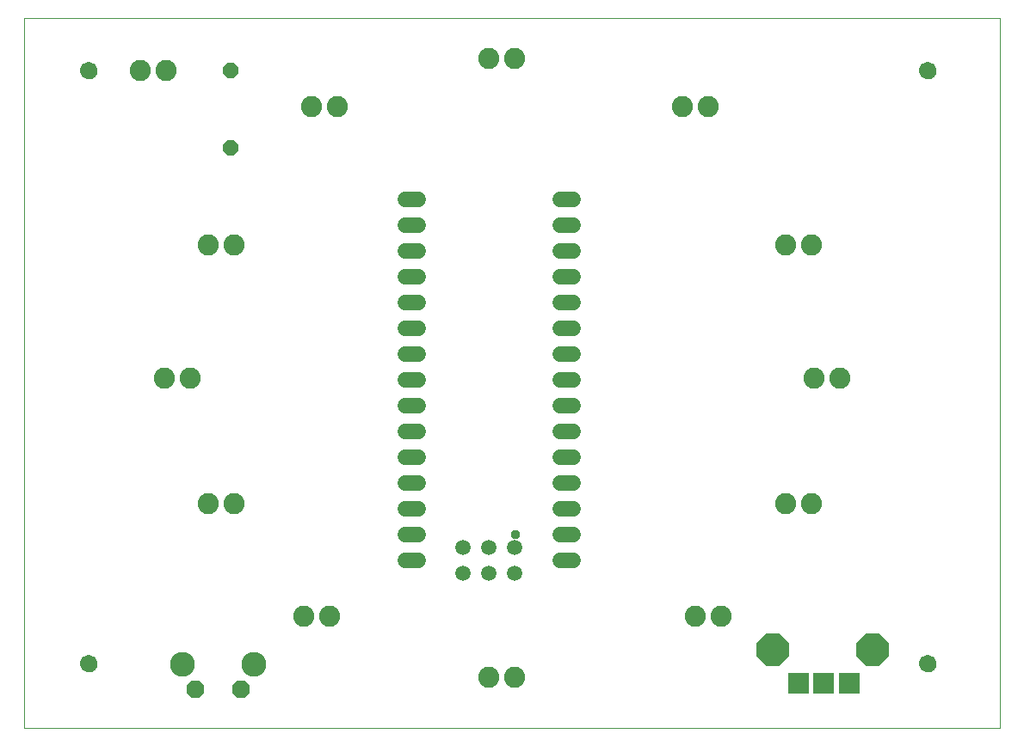
<source format=gts>
G75*
%MOIN*%
%OFA0B0*%
%FSLAX25Y25*%
%IPPOS*%
%LPD*%
%AMOC8*
5,1,8,0,0,1.08239X$1,22.5*
%
%ADD10C,0.00000*%
%ADD11C,0.06706*%
%ADD12C,0.08200*%
%ADD13OC8,0.06000*%
%ADD14OC8,0.06800*%
%ADD15C,0.09650*%
%ADD16C,0.05950*%
%ADD17C,0.05950*%
%ADD18R,0.08200X0.08200*%
%ADD19OC8,0.12611*%
%ADD20C,0.03778*%
D10*
X0001000Y0020750D02*
X0001000Y0296341D01*
X0378953Y0296341D01*
X0378953Y0020750D01*
X0001000Y0020750D01*
X0023047Y0045750D02*
X0023049Y0045858D01*
X0023055Y0045967D01*
X0023065Y0046075D01*
X0023079Y0046182D01*
X0023097Y0046289D01*
X0023118Y0046396D01*
X0023144Y0046501D01*
X0023174Y0046606D01*
X0023207Y0046709D01*
X0023244Y0046811D01*
X0023285Y0046911D01*
X0023329Y0047010D01*
X0023378Y0047108D01*
X0023429Y0047203D01*
X0023484Y0047296D01*
X0023543Y0047388D01*
X0023605Y0047477D01*
X0023670Y0047564D01*
X0023738Y0047648D01*
X0023809Y0047730D01*
X0023883Y0047809D01*
X0023960Y0047885D01*
X0024040Y0047959D01*
X0024123Y0048029D01*
X0024208Y0048097D01*
X0024295Y0048161D01*
X0024385Y0048222D01*
X0024477Y0048280D01*
X0024571Y0048334D01*
X0024667Y0048385D01*
X0024764Y0048432D01*
X0024864Y0048476D01*
X0024965Y0048516D01*
X0025067Y0048552D01*
X0025170Y0048584D01*
X0025275Y0048613D01*
X0025381Y0048637D01*
X0025487Y0048658D01*
X0025594Y0048675D01*
X0025702Y0048688D01*
X0025810Y0048697D01*
X0025919Y0048702D01*
X0026027Y0048703D01*
X0026136Y0048700D01*
X0026244Y0048693D01*
X0026352Y0048682D01*
X0026459Y0048667D01*
X0026566Y0048648D01*
X0026672Y0048625D01*
X0026777Y0048599D01*
X0026882Y0048568D01*
X0026984Y0048534D01*
X0027086Y0048496D01*
X0027186Y0048454D01*
X0027285Y0048409D01*
X0027382Y0048360D01*
X0027476Y0048307D01*
X0027569Y0048251D01*
X0027660Y0048192D01*
X0027749Y0048129D01*
X0027835Y0048064D01*
X0027919Y0047995D01*
X0028000Y0047923D01*
X0028078Y0047848D01*
X0028154Y0047770D01*
X0028227Y0047689D01*
X0028297Y0047606D01*
X0028363Y0047521D01*
X0028427Y0047433D01*
X0028487Y0047342D01*
X0028544Y0047250D01*
X0028597Y0047155D01*
X0028647Y0047059D01*
X0028693Y0046961D01*
X0028736Y0046861D01*
X0028775Y0046760D01*
X0028810Y0046657D01*
X0028842Y0046554D01*
X0028869Y0046449D01*
X0028893Y0046343D01*
X0028913Y0046236D01*
X0028929Y0046129D01*
X0028941Y0046021D01*
X0028949Y0045913D01*
X0028953Y0045804D01*
X0028953Y0045696D01*
X0028949Y0045587D01*
X0028941Y0045479D01*
X0028929Y0045371D01*
X0028913Y0045264D01*
X0028893Y0045157D01*
X0028869Y0045051D01*
X0028842Y0044946D01*
X0028810Y0044843D01*
X0028775Y0044740D01*
X0028736Y0044639D01*
X0028693Y0044539D01*
X0028647Y0044441D01*
X0028597Y0044345D01*
X0028544Y0044250D01*
X0028487Y0044158D01*
X0028427Y0044067D01*
X0028363Y0043979D01*
X0028297Y0043894D01*
X0028227Y0043811D01*
X0028154Y0043730D01*
X0028078Y0043652D01*
X0028000Y0043577D01*
X0027919Y0043505D01*
X0027835Y0043436D01*
X0027749Y0043371D01*
X0027660Y0043308D01*
X0027569Y0043249D01*
X0027477Y0043193D01*
X0027382Y0043140D01*
X0027285Y0043091D01*
X0027186Y0043046D01*
X0027086Y0043004D01*
X0026984Y0042966D01*
X0026882Y0042932D01*
X0026777Y0042901D01*
X0026672Y0042875D01*
X0026566Y0042852D01*
X0026459Y0042833D01*
X0026352Y0042818D01*
X0026244Y0042807D01*
X0026136Y0042800D01*
X0026027Y0042797D01*
X0025919Y0042798D01*
X0025810Y0042803D01*
X0025702Y0042812D01*
X0025594Y0042825D01*
X0025487Y0042842D01*
X0025381Y0042863D01*
X0025275Y0042887D01*
X0025170Y0042916D01*
X0025067Y0042948D01*
X0024965Y0042984D01*
X0024864Y0043024D01*
X0024764Y0043068D01*
X0024667Y0043115D01*
X0024571Y0043166D01*
X0024477Y0043220D01*
X0024385Y0043278D01*
X0024295Y0043339D01*
X0024208Y0043403D01*
X0024123Y0043471D01*
X0024040Y0043541D01*
X0023960Y0043615D01*
X0023883Y0043691D01*
X0023809Y0043770D01*
X0023738Y0043852D01*
X0023670Y0043936D01*
X0023605Y0044023D01*
X0023543Y0044112D01*
X0023484Y0044204D01*
X0023429Y0044297D01*
X0023378Y0044392D01*
X0023329Y0044490D01*
X0023285Y0044589D01*
X0023244Y0044689D01*
X0023207Y0044791D01*
X0023174Y0044894D01*
X0023144Y0044999D01*
X0023118Y0045104D01*
X0023097Y0045211D01*
X0023079Y0045318D01*
X0023065Y0045425D01*
X0023055Y0045533D01*
X0023049Y0045642D01*
X0023047Y0045750D01*
X0023047Y0275750D02*
X0023049Y0275858D01*
X0023055Y0275967D01*
X0023065Y0276075D01*
X0023079Y0276182D01*
X0023097Y0276289D01*
X0023118Y0276396D01*
X0023144Y0276501D01*
X0023174Y0276606D01*
X0023207Y0276709D01*
X0023244Y0276811D01*
X0023285Y0276911D01*
X0023329Y0277010D01*
X0023378Y0277108D01*
X0023429Y0277203D01*
X0023484Y0277296D01*
X0023543Y0277388D01*
X0023605Y0277477D01*
X0023670Y0277564D01*
X0023738Y0277648D01*
X0023809Y0277730D01*
X0023883Y0277809D01*
X0023960Y0277885D01*
X0024040Y0277959D01*
X0024123Y0278029D01*
X0024208Y0278097D01*
X0024295Y0278161D01*
X0024385Y0278222D01*
X0024477Y0278280D01*
X0024571Y0278334D01*
X0024667Y0278385D01*
X0024764Y0278432D01*
X0024864Y0278476D01*
X0024965Y0278516D01*
X0025067Y0278552D01*
X0025170Y0278584D01*
X0025275Y0278613D01*
X0025381Y0278637D01*
X0025487Y0278658D01*
X0025594Y0278675D01*
X0025702Y0278688D01*
X0025810Y0278697D01*
X0025919Y0278702D01*
X0026027Y0278703D01*
X0026136Y0278700D01*
X0026244Y0278693D01*
X0026352Y0278682D01*
X0026459Y0278667D01*
X0026566Y0278648D01*
X0026672Y0278625D01*
X0026777Y0278599D01*
X0026882Y0278568D01*
X0026984Y0278534D01*
X0027086Y0278496D01*
X0027186Y0278454D01*
X0027285Y0278409D01*
X0027382Y0278360D01*
X0027476Y0278307D01*
X0027569Y0278251D01*
X0027660Y0278192D01*
X0027749Y0278129D01*
X0027835Y0278064D01*
X0027919Y0277995D01*
X0028000Y0277923D01*
X0028078Y0277848D01*
X0028154Y0277770D01*
X0028227Y0277689D01*
X0028297Y0277606D01*
X0028363Y0277521D01*
X0028427Y0277433D01*
X0028487Y0277342D01*
X0028544Y0277250D01*
X0028597Y0277155D01*
X0028647Y0277059D01*
X0028693Y0276961D01*
X0028736Y0276861D01*
X0028775Y0276760D01*
X0028810Y0276657D01*
X0028842Y0276554D01*
X0028869Y0276449D01*
X0028893Y0276343D01*
X0028913Y0276236D01*
X0028929Y0276129D01*
X0028941Y0276021D01*
X0028949Y0275913D01*
X0028953Y0275804D01*
X0028953Y0275696D01*
X0028949Y0275587D01*
X0028941Y0275479D01*
X0028929Y0275371D01*
X0028913Y0275264D01*
X0028893Y0275157D01*
X0028869Y0275051D01*
X0028842Y0274946D01*
X0028810Y0274843D01*
X0028775Y0274740D01*
X0028736Y0274639D01*
X0028693Y0274539D01*
X0028647Y0274441D01*
X0028597Y0274345D01*
X0028544Y0274250D01*
X0028487Y0274158D01*
X0028427Y0274067D01*
X0028363Y0273979D01*
X0028297Y0273894D01*
X0028227Y0273811D01*
X0028154Y0273730D01*
X0028078Y0273652D01*
X0028000Y0273577D01*
X0027919Y0273505D01*
X0027835Y0273436D01*
X0027749Y0273371D01*
X0027660Y0273308D01*
X0027569Y0273249D01*
X0027477Y0273193D01*
X0027382Y0273140D01*
X0027285Y0273091D01*
X0027186Y0273046D01*
X0027086Y0273004D01*
X0026984Y0272966D01*
X0026882Y0272932D01*
X0026777Y0272901D01*
X0026672Y0272875D01*
X0026566Y0272852D01*
X0026459Y0272833D01*
X0026352Y0272818D01*
X0026244Y0272807D01*
X0026136Y0272800D01*
X0026027Y0272797D01*
X0025919Y0272798D01*
X0025810Y0272803D01*
X0025702Y0272812D01*
X0025594Y0272825D01*
X0025487Y0272842D01*
X0025381Y0272863D01*
X0025275Y0272887D01*
X0025170Y0272916D01*
X0025067Y0272948D01*
X0024965Y0272984D01*
X0024864Y0273024D01*
X0024764Y0273068D01*
X0024667Y0273115D01*
X0024571Y0273166D01*
X0024477Y0273220D01*
X0024385Y0273278D01*
X0024295Y0273339D01*
X0024208Y0273403D01*
X0024123Y0273471D01*
X0024040Y0273541D01*
X0023960Y0273615D01*
X0023883Y0273691D01*
X0023809Y0273770D01*
X0023738Y0273852D01*
X0023670Y0273936D01*
X0023605Y0274023D01*
X0023543Y0274112D01*
X0023484Y0274204D01*
X0023429Y0274297D01*
X0023378Y0274392D01*
X0023329Y0274490D01*
X0023285Y0274589D01*
X0023244Y0274689D01*
X0023207Y0274791D01*
X0023174Y0274894D01*
X0023144Y0274999D01*
X0023118Y0275104D01*
X0023097Y0275211D01*
X0023079Y0275318D01*
X0023065Y0275425D01*
X0023055Y0275533D01*
X0023049Y0275642D01*
X0023047Y0275750D01*
X0348047Y0275750D02*
X0348049Y0275858D01*
X0348055Y0275967D01*
X0348065Y0276075D01*
X0348079Y0276182D01*
X0348097Y0276289D01*
X0348118Y0276396D01*
X0348144Y0276501D01*
X0348174Y0276606D01*
X0348207Y0276709D01*
X0348244Y0276811D01*
X0348285Y0276911D01*
X0348329Y0277010D01*
X0348378Y0277108D01*
X0348429Y0277203D01*
X0348484Y0277296D01*
X0348543Y0277388D01*
X0348605Y0277477D01*
X0348670Y0277564D01*
X0348738Y0277648D01*
X0348809Y0277730D01*
X0348883Y0277809D01*
X0348960Y0277885D01*
X0349040Y0277959D01*
X0349123Y0278029D01*
X0349208Y0278097D01*
X0349295Y0278161D01*
X0349385Y0278222D01*
X0349477Y0278280D01*
X0349571Y0278334D01*
X0349667Y0278385D01*
X0349764Y0278432D01*
X0349864Y0278476D01*
X0349965Y0278516D01*
X0350067Y0278552D01*
X0350170Y0278584D01*
X0350275Y0278613D01*
X0350381Y0278637D01*
X0350487Y0278658D01*
X0350594Y0278675D01*
X0350702Y0278688D01*
X0350810Y0278697D01*
X0350919Y0278702D01*
X0351027Y0278703D01*
X0351136Y0278700D01*
X0351244Y0278693D01*
X0351352Y0278682D01*
X0351459Y0278667D01*
X0351566Y0278648D01*
X0351672Y0278625D01*
X0351777Y0278599D01*
X0351882Y0278568D01*
X0351984Y0278534D01*
X0352086Y0278496D01*
X0352186Y0278454D01*
X0352285Y0278409D01*
X0352382Y0278360D01*
X0352476Y0278307D01*
X0352569Y0278251D01*
X0352660Y0278192D01*
X0352749Y0278129D01*
X0352835Y0278064D01*
X0352919Y0277995D01*
X0353000Y0277923D01*
X0353078Y0277848D01*
X0353154Y0277770D01*
X0353227Y0277689D01*
X0353297Y0277606D01*
X0353363Y0277521D01*
X0353427Y0277433D01*
X0353487Y0277342D01*
X0353544Y0277250D01*
X0353597Y0277155D01*
X0353647Y0277059D01*
X0353693Y0276961D01*
X0353736Y0276861D01*
X0353775Y0276760D01*
X0353810Y0276657D01*
X0353842Y0276554D01*
X0353869Y0276449D01*
X0353893Y0276343D01*
X0353913Y0276236D01*
X0353929Y0276129D01*
X0353941Y0276021D01*
X0353949Y0275913D01*
X0353953Y0275804D01*
X0353953Y0275696D01*
X0353949Y0275587D01*
X0353941Y0275479D01*
X0353929Y0275371D01*
X0353913Y0275264D01*
X0353893Y0275157D01*
X0353869Y0275051D01*
X0353842Y0274946D01*
X0353810Y0274843D01*
X0353775Y0274740D01*
X0353736Y0274639D01*
X0353693Y0274539D01*
X0353647Y0274441D01*
X0353597Y0274345D01*
X0353544Y0274250D01*
X0353487Y0274158D01*
X0353427Y0274067D01*
X0353363Y0273979D01*
X0353297Y0273894D01*
X0353227Y0273811D01*
X0353154Y0273730D01*
X0353078Y0273652D01*
X0353000Y0273577D01*
X0352919Y0273505D01*
X0352835Y0273436D01*
X0352749Y0273371D01*
X0352660Y0273308D01*
X0352569Y0273249D01*
X0352477Y0273193D01*
X0352382Y0273140D01*
X0352285Y0273091D01*
X0352186Y0273046D01*
X0352086Y0273004D01*
X0351984Y0272966D01*
X0351882Y0272932D01*
X0351777Y0272901D01*
X0351672Y0272875D01*
X0351566Y0272852D01*
X0351459Y0272833D01*
X0351352Y0272818D01*
X0351244Y0272807D01*
X0351136Y0272800D01*
X0351027Y0272797D01*
X0350919Y0272798D01*
X0350810Y0272803D01*
X0350702Y0272812D01*
X0350594Y0272825D01*
X0350487Y0272842D01*
X0350381Y0272863D01*
X0350275Y0272887D01*
X0350170Y0272916D01*
X0350067Y0272948D01*
X0349965Y0272984D01*
X0349864Y0273024D01*
X0349764Y0273068D01*
X0349667Y0273115D01*
X0349571Y0273166D01*
X0349477Y0273220D01*
X0349385Y0273278D01*
X0349295Y0273339D01*
X0349208Y0273403D01*
X0349123Y0273471D01*
X0349040Y0273541D01*
X0348960Y0273615D01*
X0348883Y0273691D01*
X0348809Y0273770D01*
X0348738Y0273852D01*
X0348670Y0273936D01*
X0348605Y0274023D01*
X0348543Y0274112D01*
X0348484Y0274204D01*
X0348429Y0274297D01*
X0348378Y0274392D01*
X0348329Y0274490D01*
X0348285Y0274589D01*
X0348244Y0274689D01*
X0348207Y0274791D01*
X0348174Y0274894D01*
X0348144Y0274999D01*
X0348118Y0275104D01*
X0348097Y0275211D01*
X0348079Y0275318D01*
X0348065Y0275425D01*
X0348055Y0275533D01*
X0348049Y0275642D01*
X0348047Y0275750D01*
X0348047Y0045750D02*
X0348049Y0045858D01*
X0348055Y0045967D01*
X0348065Y0046075D01*
X0348079Y0046182D01*
X0348097Y0046289D01*
X0348118Y0046396D01*
X0348144Y0046501D01*
X0348174Y0046606D01*
X0348207Y0046709D01*
X0348244Y0046811D01*
X0348285Y0046911D01*
X0348329Y0047010D01*
X0348378Y0047108D01*
X0348429Y0047203D01*
X0348484Y0047296D01*
X0348543Y0047388D01*
X0348605Y0047477D01*
X0348670Y0047564D01*
X0348738Y0047648D01*
X0348809Y0047730D01*
X0348883Y0047809D01*
X0348960Y0047885D01*
X0349040Y0047959D01*
X0349123Y0048029D01*
X0349208Y0048097D01*
X0349295Y0048161D01*
X0349385Y0048222D01*
X0349477Y0048280D01*
X0349571Y0048334D01*
X0349667Y0048385D01*
X0349764Y0048432D01*
X0349864Y0048476D01*
X0349965Y0048516D01*
X0350067Y0048552D01*
X0350170Y0048584D01*
X0350275Y0048613D01*
X0350381Y0048637D01*
X0350487Y0048658D01*
X0350594Y0048675D01*
X0350702Y0048688D01*
X0350810Y0048697D01*
X0350919Y0048702D01*
X0351027Y0048703D01*
X0351136Y0048700D01*
X0351244Y0048693D01*
X0351352Y0048682D01*
X0351459Y0048667D01*
X0351566Y0048648D01*
X0351672Y0048625D01*
X0351777Y0048599D01*
X0351882Y0048568D01*
X0351984Y0048534D01*
X0352086Y0048496D01*
X0352186Y0048454D01*
X0352285Y0048409D01*
X0352382Y0048360D01*
X0352476Y0048307D01*
X0352569Y0048251D01*
X0352660Y0048192D01*
X0352749Y0048129D01*
X0352835Y0048064D01*
X0352919Y0047995D01*
X0353000Y0047923D01*
X0353078Y0047848D01*
X0353154Y0047770D01*
X0353227Y0047689D01*
X0353297Y0047606D01*
X0353363Y0047521D01*
X0353427Y0047433D01*
X0353487Y0047342D01*
X0353544Y0047250D01*
X0353597Y0047155D01*
X0353647Y0047059D01*
X0353693Y0046961D01*
X0353736Y0046861D01*
X0353775Y0046760D01*
X0353810Y0046657D01*
X0353842Y0046554D01*
X0353869Y0046449D01*
X0353893Y0046343D01*
X0353913Y0046236D01*
X0353929Y0046129D01*
X0353941Y0046021D01*
X0353949Y0045913D01*
X0353953Y0045804D01*
X0353953Y0045696D01*
X0353949Y0045587D01*
X0353941Y0045479D01*
X0353929Y0045371D01*
X0353913Y0045264D01*
X0353893Y0045157D01*
X0353869Y0045051D01*
X0353842Y0044946D01*
X0353810Y0044843D01*
X0353775Y0044740D01*
X0353736Y0044639D01*
X0353693Y0044539D01*
X0353647Y0044441D01*
X0353597Y0044345D01*
X0353544Y0044250D01*
X0353487Y0044158D01*
X0353427Y0044067D01*
X0353363Y0043979D01*
X0353297Y0043894D01*
X0353227Y0043811D01*
X0353154Y0043730D01*
X0353078Y0043652D01*
X0353000Y0043577D01*
X0352919Y0043505D01*
X0352835Y0043436D01*
X0352749Y0043371D01*
X0352660Y0043308D01*
X0352569Y0043249D01*
X0352477Y0043193D01*
X0352382Y0043140D01*
X0352285Y0043091D01*
X0352186Y0043046D01*
X0352086Y0043004D01*
X0351984Y0042966D01*
X0351882Y0042932D01*
X0351777Y0042901D01*
X0351672Y0042875D01*
X0351566Y0042852D01*
X0351459Y0042833D01*
X0351352Y0042818D01*
X0351244Y0042807D01*
X0351136Y0042800D01*
X0351027Y0042797D01*
X0350919Y0042798D01*
X0350810Y0042803D01*
X0350702Y0042812D01*
X0350594Y0042825D01*
X0350487Y0042842D01*
X0350381Y0042863D01*
X0350275Y0042887D01*
X0350170Y0042916D01*
X0350067Y0042948D01*
X0349965Y0042984D01*
X0349864Y0043024D01*
X0349764Y0043068D01*
X0349667Y0043115D01*
X0349571Y0043166D01*
X0349477Y0043220D01*
X0349385Y0043278D01*
X0349295Y0043339D01*
X0349208Y0043403D01*
X0349123Y0043471D01*
X0349040Y0043541D01*
X0348960Y0043615D01*
X0348883Y0043691D01*
X0348809Y0043770D01*
X0348738Y0043852D01*
X0348670Y0043936D01*
X0348605Y0044023D01*
X0348543Y0044112D01*
X0348484Y0044204D01*
X0348429Y0044297D01*
X0348378Y0044392D01*
X0348329Y0044490D01*
X0348285Y0044589D01*
X0348244Y0044689D01*
X0348207Y0044791D01*
X0348174Y0044894D01*
X0348144Y0044999D01*
X0348118Y0045104D01*
X0348097Y0045211D01*
X0348079Y0045318D01*
X0348065Y0045425D01*
X0348055Y0045533D01*
X0348049Y0045642D01*
X0348047Y0045750D01*
D11*
X0351000Y0045750D03*
X0351000Y0275750D03*
X0026000Y0275750D03*
X0026000Y0045750D03*
D12*
X0072063Y0107837D03*
X0082063Y0107837D03*
X0109071Y0064136D03*
X0119071Y0064136D03*
X0181039Y0040435D03*
X0191039Y0040435D03*
X0261000Y0064136D03*
X0271000Y0064136D03*
X0296000Y0107837D03*
X0306000Y0107837D03*
X0307024Y0156577D03*
X0317024Y0156577D03*
X0306000Y0208191D03*
X0296000Y0208191D03*
X0266000Y0261892D03*
X0256000Y0261892D03*
X0191039Y0280593D03*
X0181039Y0280593D03*
X0122063Y0261892D03*
X0112063Y0261892D03*
X0056000Y0275750D03*
X0046000Y0275750D03*
X0072063Y0208191D03*
X0082063Y0208191D03*
X0065055Y0156577D03*
X0055055Y0156577D03*
D13*
X0081000Y0245750D03*
X0081000Y0275750D03*
D14*
X0084900Y0035850D03*
X0067100Y0035850D03*
D15*
X0062200Y0045650D03*
X0089800Y0045650D03*
D16*
X0148425Y0085750D02*
X0153575Y0085750D01*
X0153575Y0095750D02*
X0148425Y0095750D01*
X0148425Y0105750D02*
X0153575Y0105750D01*
X0153575Y0115750D02*
X0148425Y0115750D01*
X0148425Y0125750D02*
X0153575Y0125750D01*
X0153575Y0135750D02*
X0148425Y0135750D01*
X0148425Y0145750D02*
X0153575Y0145750D01*
X0153575Y0155750D02*
X0148425Y0155750D01*
X0148425Y0165750D02*
X0153575Y0165750D01*
X0153575Y0175750D02*
X0148425Y0175750D01*
X0148425Y0185750D02*
X0153575Y0185750D01*
X0153575Y0195750D02*
X0148425Y0195750D01*
X0148425Y0205750D02*
X0153575Y0205750D01*
X0153575Y0215750D02*
X0148425Y0215750D01*
X0148425Y0225750D02*
X0153575Y0225750D01*
X0208425Y0225750D02*
X0213575Y0225750D01*
X0213575Y0215750D02*
X0208425Y0215750D01*
X0208425Y0205750D02*
X0213575Y0205750D01*
X0213575Y0195750D02*
X0208425Y0195750D01*
X0208425Y0185750D02*
X0213575Y0185750D01*
X0213575Y0175750D02*
X0208425Y0175750D01*
X0208425Y0165750D02*
X0213575Y0165750D01*
X0213575Y0155750D02*
X0208425Y0155750D01*
X0208425Y0145750D02*
X0213575Y0145750D01*
X0213575Y0135750D02*
X0208425Y0135750D01*
X0208425Y0125750D02*
X0213575Y0125750D01*
X0213575Y0115750D02*
X0208425Y0115750D01*
X0208425Y0105750D02*
X0213575Y0105750D01*
X0213575Y0095750D02*
X0208425Y0095750D01*
X0208425Y0085750D02*
X0213575Y0085750D01*
D17*
X0191000Y0080750D03*
X0191000Y0090750D03*
X0181000Y0090750D03*
X0171000Y0090750D03*
X0171000Y0080750D03*
X0181000Y0080750D03*
D18*
X0300843Y0038309D03*
X0310685Y0038309D03*
X0320528Y0038309D03*
D19*
X0329583Y0051301D03*
X0291000Y0051301D03*
D20*
X0191200Y0095750D03*
M02*

</source>
